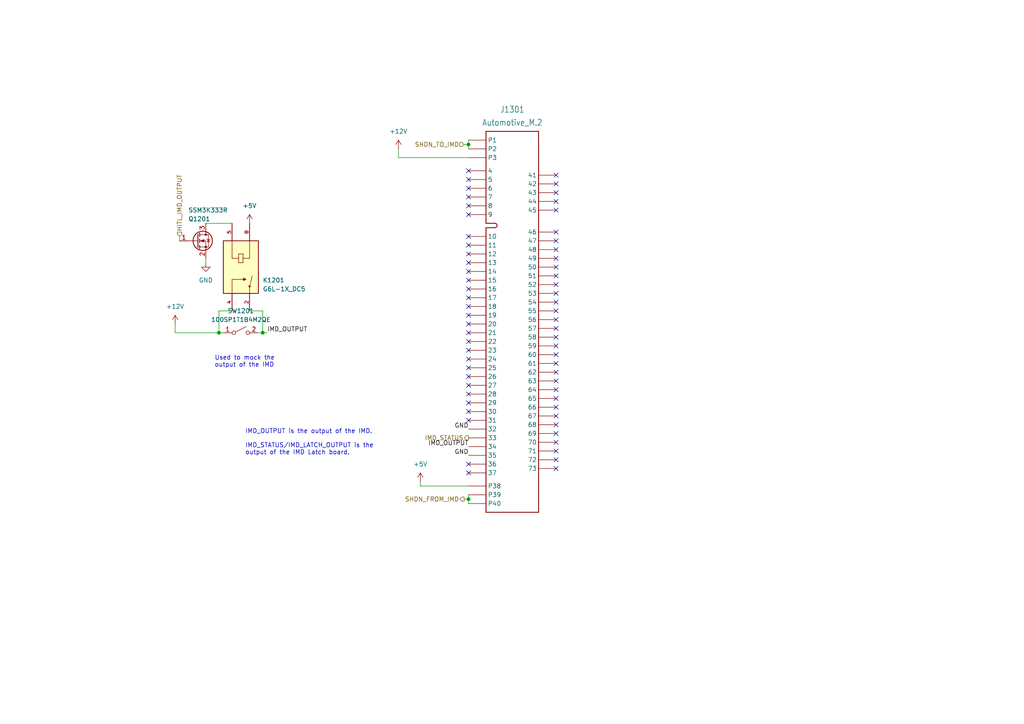
<source format=kicad_sch>
(kicad_sch (version 20230121) (generator eeschema)
  (paper "A4")
  (lib_symbols
    (symbol "+12V_1" (power) (pin_names (offset 0))
      (property "Value" "+12V_1" (at 0 3.556 0))
      (symbol "+12V_1_0_1"
        (polyline (pts (xy -0.762 1.27) (xy 0 2.54)))
        (polyline (pts (xy 0 0) (xy 0 2.54)))
        (polyline (pts (xy 0 2.54) (xy 0.762 1.27)))
      )
      (symbol "+12V_1_1_1"
        (pin power_in line (at 0 0 90) (length 0) hide (name "+12V") (number "1"))
      )
    )
    (symbol "OEM:100SP1T1B4M2QE" (pin_names (offset 0) hide)
      (property "Reference" "SW" (at 0 3.175 0))
      (property "Value" "100SP1T1B4M2QE" (at 0 -2.54 0))
      (symbol "100SP1T1B4M2QE_0_0"
        (circle (center -2.032 0) (radius 0.508))
        (polyline (pts (xy -1.524 0.254) (xy 1.524 1.778)))
        (circle (center 2.032 0) (radius 0.508))
      )
      (symbol "100SP1T1B4M2QE_1_1"
        (pin passive line (at -5.08 0 0) (length 2.54) (name "A") (number "1"))
        (pin passive line (at 5.08 0 180) (length 2.54) (name "B") (number "2"))
      )
    )
    (symbol "OEM:Automotive_M.2"
      (property "Reference" "J?" (at 1.27 49.53 0))
      (property "Value" "Automotive_M.2" (at 7.62 45.72 0))
      (symbol "Automotive_M.2_0_1"
        (arc (start -5.0436 15.2415) (mid -4.4198 15.8765) (end -5.0436 16.5115) (stroke (width 0.25)))
        (polyline (pts (xy -7.62 15.24) (xy -5.08 15.24)) (stroke (width 0.25)))
        (polyline (pts (xy -7.62 16.51) (xy -5.08 16.51)) (stroke (width 0.25)))
        (polyline (pts (xy -7.62 43.18) (xy -7.62 16.51)) (stroke (width 0.25)))
        (polyline (pts (xy 7.62 -67.31) (xy -7.62 -67.31)) (stroke (width 0.25)))
      )
      (symbol "Automotive_M.2_1_0"
        (polyline (pts (xy -7.62 -67.31) (xy -7.62 15.24)) (stroke (width 0.254)))
        (polyline (pts (xy 7.62 43.18) (xy -7.62 43.18)) (stroke (width 0.254)))
        (polyline (pts (xy 7.62 43.18) (xy 7.62 -67.31)) (stroke (width 0.254)))
        (pin bidirectional line (at -12.7 12.7 0) (length 5.08) (name "10") (number "10"))
        (pin bidirectional line (at -12.7 10.16 0) (length 5.08) (name "11") (number "11"))
        (pin bidirectional line (at -12.7 7.62 0) (length 5.08) (name "12") (number "12"))
        (pin bidirectional line (at -12.7 5.08 0) (length 5.08) (name "13") (number "13"))
        (pin bidirectional line (at -12.7 2.54 0) (length 5.08) (name "14") (number "14"))
        (pin bidirectional line (at -12.7 0 0) (length 5.08) (name "15") (number "15"))
        (pin bidirectional line (at -12.7 -2.54 0) (length 5.08) (name "16") (number "16"))
        (pin bidirectional line (at -12.7 -5.08 0) (length 5.08) (name "17") (number "17"))
        (pin bidirectional line (at -12.7 -7.62 0) (length 5.08) (name "18") (number "18"))
        (pin bidirectional line (at -12.7 -10.16 0) (length 5.08) (name "19") (number "19"))
        (pin bidirectional line (at -12.7 -12.7 0) (length 5.08) (name "20") (number "20"))
        (pin bidirectional line (at -12.7 -15.24 0) (length 5.08) (name "21") (number "21"))
        (pin bidirectional line (at -12.7 -17.78 0) (length 5.08) (name "22") (number "22"))
        (pin bidirectional line (at -12.7 -20.32 0) (length 5.08) (name "23") (number "23"))
        (pin bidirectional line (at -12.7 -22.86 0) (length 5.08) (name "24") (number "24"))
        (pin bidirectional line (at -12.7 -25.4 0) (length 5.08) (name "25") (number "25"))
        (pin bidirectional line (at -12.7 -27.94 0) (length 5.08) (name "26") (number "26"))
        (pin bidirectional line (at -12.7 -30.48 0) (length 5.08) (name "27") (number "27"))
        (pin bidirectional line (at -12.7 -33.02 0) (length 5.08) (name "28") (number "28"))
        (pin bidirectional line (at -12.7 -35.56 0) (length 5.08) (name "29") (number "29"))
        (pin bidirectional line (at -12.7 -38.1 0) (length 5.08) (name "30") (number "30"))
        (pin bidirectional line (at -12.7 -40.64 0) (length 5.08) (name "31") (number "31"))
        (pin bidirectional line (at -12.7 -43.18 0) (length 5.08) (name "32") (number "32"))
        (pin bidirectional line (at -12.7 -45.72 0) (length 5.08) (name "33") (number "33"))
        (pin bidirectional line (at -12.7 -48.26 0) (length 5.08) (name "34") (number "34"))
        (pin bidirectional line (at -12.7 -50.8 0) (length 5.08) (name "35") (number "35"))
        (pin bidirectional line (at -12.7 -53.34 0) (length 5.08) (name "36") (number "36"))
        (pin bidirectional line (at -12.7 -55.88 0) (length 5.08) (name "37") (number "37"))
        (pin bidirectional line (at -12.7 31.75 0) (length 5.08) (name "4") (number "4"))
        (pin bidirectional line (at 12.7 30.48 180) (length 5.08) (name "41") (number "41"))
        (pin bidirectional line (at 12.7 27.94 180) (length 5.08) (name "42") (number "42"))
        (pin bidirectional line (at 12.7 25.4 180) (length 5.08) (name "43") (number "43"))
        (pin bidirectional line (at 12.7 22.86 180) (length 5.08) (name "44") (number "44"))
        (pin bidirectional line (at 12.7 20.32 180) (length 5.08) (name "45") (number "45"))
        (pin bidirectional line (at 12.7 13.97 180) (length 5.08) (name "46") (number "46"))
        (pin bidirectional line (at 12.7 11.43 180) (length 5.08) (name "47") (number "47"))
        (pin bidirectional line (at 12.7 8.89 180) (length 5.08) (name "48") (number "48"))
        (pin bidirectional line (at 12.7 6.35 180) (length 5.08) (name "49") (number "49"))
        (pin bidirectional line (at -12.7 29.21 0) (length 5.08) (name "5") (number "5"))
        (pin bidirectional line (at 12.7 3.81 180) (length 5.08) (name "50") (number "50"))
        (pin bidirectional line (at 12.7 1.27 180) (length 5.08) (name "51") (number "51"))
        (pin bidirectional line (at 12.7 -1.27 180) (length 5.08) (name "52") (number "52"))
        (pin bidirectional line (at 12.7 -3.81 180) (length 5.08) (name "53") (number "53"))
        (pin bidirectional line (at 12.7 -6.35 180) (length 5.08) (name "54") (number "54"))
        (pin bidirectional line (at 12.7 -8.89 180) (length 5.08) (name "55") (number "55"))
        (pin bidirectional line (at 12.7 -11.43 180) (length 5.08) (name "56") (number "56"))
        (pin bidirectional line (at 12.7 -13.97 180) (length 5.08) (name "57") (number "57"))
        (pin bidirectional line (at 12.7 -16.51 180) (length 5.08) (name "58") (number "58"))
        (pin bidirectional line (at 12.7 -19.05 180) (length 5.08) (name "59") (number "59"))
        (pin bidirectional line (at -12.7 26.67 0) (length 5.08) (name "6") (number "6"))
        (pin bidirectional line (at 12.7 -21.59 180) (length 5.08) (name "60") (number "60"))
        (pin bidirectional line (at 12.7 -24.13 180) (length 5.08) (name "61") (number "61"))
        (pin bidirectional line (at 12.7 -26.67 180) (length 5.08) (name "62") (number "62"))
        (pin bidirectional line (at 12.7 -29.21 180) (length 5.08) (name "63") (number "63"))
        (pin bidirectional line (at 12.7 -31.75 180) (length 5.08) (name "64") (number "64"))
        (pin bidirectional line (at 12.7 -34.29 180) (length 5.08) (name "65") (number "65"))
        (pin bidirectional line (at 12.7 -36.83 180) (length 5.08) (name "66") (number "66"))
        (pin bidirectional line (at 12.7 -39.37 180) (length 5.08) (name "67") (number "67"))
        (pin bidirectional line (at 12.7 -41.91 180) (length 5.08) (name "68") (number "68"))
        (pin bidirectional line (at 12.7 -44.45 180) (length 5.08) (name "69") (number "69"))
        (pin bidirectional line (at -12.7 24.13 0) (length 5.08) (name "7") (number "7"))
        (pin bidirectional line (at 12.7 -46.99 180) (length 5.08) (name "70") (number "70"))
        (pin bidirectional line (at 12.7 -49.53 180) (length 5.08) (name "71") (number "71"))
        (pin bidirectional line (at 12.7 -52.07 180) (length 5.08) (name "72") (number "72"))
        (pin bidirectional line (at 12.7 -54.61 180) (length 5.08) (name "73") (number "73"))
        (pin bidirectional line (at -12.7 21.59 0) (length 5.08) (name "8") (number "8"))
        (pin bidirectional line (at -12.7 19.05 0) (length 5.08) (name "9") (number "9"))
        (pin bidirectional line (at -12.7 40.64 0) (length 5.08) (name "P1") (number "P1"))
        (pin bidirectional line (at -12.7 38.1 0) (length 5.08) (name "P2") (number "P2"))
        (pin bidirectional line (at -12.7 35.56 0) (length 5.08) (name "P3") (number "P3"))
        (pin bidirectional line (at -12.7 -59.69 0) (length 5.08) (name "P38") (number "P38"))
        (pin bidirectional line (at -12.7 -62.23 0) (length 5.08) (name "P39") (number "P39"))
        (pin bidirectional line (at -12.7 -64.77 0) (length 5.08) (name "P40") (number "P40"))
      )
    )
    (symbol "OEM:G6L-1X_DC5" (pin_names (offset 1.016))
      (property "Reference" "K" (at -7.62 6.35 0))
      (property "Value" "G6L-1X_DC5" (at -7.62 -7.62 0))
      (symbol "G6L-1X_DC5_0_0"
        (rectangle (start -7.62 -5.08) (end 7.62 5.08) (stroke (width 0.254)) (fill (type background)))
        (polyline (pts (xy -7.62 -2.54) (xy -2.54 -2.54)) (stroke (width 0.1524)))
        (polyline (pts (xy -7.62 2.54) (xy -2.54 2.54)) (stroke (width 0.1524)))
        (polyline (pts (xy -3.81 -0.635) (xy -3.81 0.635)) (stroke (width 0.1524)))
        (polyline (pts (xy -3.81 0.635) (xy -2.54 0.635)) (stroke (width 0.1524)))
        (polyline (pts (xy -2.54 -0.635) (xy -3.81 -0.635)) (stroke (width 0.1524)))
        (polyline (pts (xy -2.54 -0.635) (xy -2.54 -2.54)) (stroke (width 0.1524)))
        (polyline (pts (xy -2.54 0.635) (xy -1.27 0.635)) (stroke (width 0.1524)))
        (polyline (pts (xy -2.54 2.54) (xy -2.54 0.635)) (stroke (width 0.1524)))
        (polyline (pts (xy -1.27 -0.635) (xy -2.54 -0.635)) (stroke (width 0.1524)))
        (polyline (pts (xy -1.27 0.635) (xy -1.27 -0.635)) (stroke (width 0.1524)))
        (polyline (pts (xy 3.556 -2.54) (xy 3.556 0.762)) (stroke (width 0.1524)))
        (polyline (pts (xy 5.588 2.54) (xy 2.54 3.302)) (stroke (width 0.1524)))
        (polyline (pts (xy 7.62 -2.54) (xy 3.556 -2.54)) (stroke (width 0.1524)))
        (polyline (pts (xy 7.62 2.54) (xy 5.588 2.54)) (stroke (width 0.1524)))
        (polyline (pts (xy 3.175 0.762) (xy 3.937 0.762) (xy 3.556 1.524) (xy 3.175 0.762)) (stroke (width 0.1524)) (fill (type outline)))
        (circle (center 5.588 2.54) (radius 0.1524) (stroke (width 0.3048)))
        (pin passive line (at 12.7 2.54 180) (length 5.08) (name "~") (number "2"))
        (pin passive line (at 12.7 -2.54 180) (length 5.08) (name "~") (number "4"))
        (pin passive line (at -12.7 -2.54 0) (length 5.08) (name "~") (number "5"))
        (pin passive line (at -12.7 2.54 0) (length 5.08) (name "~") (number "8"))
      )
    )
    (symbol "OEM:SSM3K333R" (pin_names (offset 0) hide)
      (property "Reference" "Q" (at 5.08 1.27 0))
      (property "Value" "SSM3K333R" (at 5.08 -1.27 0))
      (symbol "SSM3K333R_0_1"
        (polyline (pts (xy 0.254 0) (xy -2.54 0)))
        (polyline (pts (xy 0.254 1.905) (xy 0.254 -1.905)) (stroke (width 0.254)))
        (polyline (pts (xy 0.762 -1.27) (xy 0.762 -2.286)) (stroke (width 0.254)))
        (polyline (pts (xy 0.762 0.508) (xy 0.762 -0.508)) (stroke (width 0.254)))
        (polyline (pts (xy 0.762 2.286) (xy 0.762 1.27)) (stroke (width 0.254)))
        (polyline (pts (xy 2.54 2.54) (xy 2.54 1.778)))
        (polyline (pts (xy 2.54 -2.54) (xy 2.54 0) (xy 0.762 0)))
        (polyline (pts (xy 0.762 -1.778) (xy 3.302 -1.778) (xy 3.302 1.778) (xy 0.762 1.778)))
        (polyline (pts (xy 1.016 0) (xy 2.032 0.381) (xy 2.032 -0.381) (xy 1.016 0)) (fill (type outline)))
        (polyline (pts (xy 2.794 0.508) (xy 2.921 0.381) (xy 3.683 0.381) (xy 3.81 0.254)))
        (polyline (pts (xy 3.302 0.381) (xy 2.921 -0.254) (xy 3.683 -0.254) (xy 3.302 0.381)))
        (circle (center 1.651 0) (radius 2.794) (stroke (width 0.254)))
        (circle (center 2.54 -1.778) (radius 0.254) (fill (type outline)))
        (circle (center 2.54 1.778) (radius 0.254) (fill (type outline)))
      )
      (symbol "SSM3K333R_1_1"
        (pin input line (at -5.08 0 0) (length 2.54) (name "G") (number "1"))
        (pin passive line (at 2.54 -5.08 90) (length 2.54) (name "S") (number "2"))
        (pin passive line (at 2.54 5.08 270) (length 2.54) (name "D") (number "3"))
      )
    )
    (symbol "power:+12V" (power) (pin_names (offset 0))
      (property "Value" "+12V" (at 0 3.556 0))
      (symbol "+12V_0_1"
        (polyline (pts (xy -0.762 1.27) (xy 0 2.54)))
        (polyline (pts (xy 0 0) (xy 0 2.54)))
        (polyline (pts (xy 0 2.54) (xy 0.762 1.27)))
      )
      (symbol "+12V_1_1"
        (pin power_in line (at 0 0 90) (length 0) hide (name "+12V") (number "1"))
      )
    )
    (symbol "power:+5V" (power) (pin_names (offset 0))
      (property "Value" "+5V" (at 0 3.556 0))
      (symbol "+5V_0_1"
        (polyline (pts (xy -0.762 1.27) (xy 0 2.54)))
        (polyline (pts (xy 0 0) (xy 0 2.54)))
        (polyline (pts (xy 0 2.54) (xy 0.762 1.27)))
      )
      (symbol "+5V_1_1"
        (pin power_in line (at 0 0 90) (length 0) hide (name "+5V") (number "1"))
      )
    )
    (symbol "power:GND" (power) (pin_names (offset 0))
      (property "Value" "GND" (at 0 -3.81 0))
      (symbol "GND_0_1"
        (polyline (pts (xy 0 0) (xy 0 -1.27) (xy 1.27 -1.27) (xy 0 -2.54) (xy -1.27 -1.27) (xy 0 -1.27)))
      )
      (symbol "GND_1_1"
        (pin power_in line (at 0 0 270) (length 0) hide (name "GND") (number "1"))
      )
    )
  )
  (junction (at 135.89 41.91))
  (junction (at 76.2 96.52))
  (junction (at 135.89 144.78))
  (junction (at 63.5 96.52))
  (no_connect (at 135.89 54.61))
  (no_connect (at 161.29 69.85))
  (no_connect (at 135.89 83.82))
  (no_connect (at 135.89 62.23))
  (no_connect (at 161.29 113.03))
  (no_connect (at 161.29 53.34))
  (no_connect (at 161.29 55.88))
  (no_connect (at 135.89 91.44))
  (no_connect (at 161.29 128.27))
  (no_connect (at 161.29 133.35))
  (no_connect (at 135.89 121.92))
  (no_connect (at 161.29 95.25))
  (no_connect (at 161.29 118.11))
  (no_connect (at 135.89 86.36))
  (no_connect (at 135.89 119.38))
  (no_connect (at 161.29 77.47))
  (no_connect (at 135.89 57.15))
  (no_connect (at 135.89 73.66))
  (no_connect (at 135.89 59.69))
  (no_connect (at 135.89 137.16))
  (no_connect (at 161.29 102.87))
  (no_connect (at 135.89 52.07))
  (no_connect (at 135.89 81.28))
  (no_connect (at 135.89 114.3))
  (no_connect (at 161.29 90.17))
  (no_connect (at 161.29 72.39))
  (no_connect (at 161.29 80.01))
  (no_connect (at 135.89 78.74))
  (no_connect (at 161.29 100.33))
  (no_connect (at 161.29 82.55))
  (no_connect (at 161.29 130.81))
  (no_connect (at 135.89 49.53))
  (no_connect (at 135.89 134.62))
  (no_connect (at 161.29 107.95))
  (no_connect (at 161.29 115.57))
  (no_connect (at 135.89 88.9))
  (no_connect (at 161.29 58.42))
  (no_connect (at 161.29 67.31))
  (no_connect (at 135.89 109.22))
  (no_connect (at 135.89 101.6))
  (no_connect (at 135.89 116.84))
  (no_connect (at 161.29 97.79))
  (no_connect (at 161.29 123.19))
  (no_connect (at 161.29 110.49))
  (no_connect (at 161.29 135.89))
  (no_connect (at 135.89 76.2))
  (no_connect (at 135.89 68.58))
  (no_connect (at 161.29 60.96))
  (no_connect (at 161.29 105.41))
  (no_connect (at 135.89 106.68))
  (no_connect (at 135.89 111.76))
  (no_connect (at 135.89 71.12))
  (no_connect (at 161.29 74.93))
  (no_connect (at 161.29 125.73))
  (no_connect (at 161.29 50.8))
  (no_connect (at 135.89 96.52))
  (no_connect (at 161.29 85.09))
  (no_connect (at 161.29 87.63))
  (no_connect (at 161.29 120.65))
  (no_connect (at 135.89 93.98))
  (no_connect (at 161.29 92.71))
  (no_connect (at 135.89 99.06))
  (no_connect (at 135.89 104.14))
  (wire (pts (xy 63.5 96.52) (xy 64.77 96.52)))
  (wire (pts (xy 74.93 96.52) (xy 76.2 96.52)))
  (wire (pts (xy 121.92 139.7) (xy 121.92 140.97)))
  (wire (pts (xy 135.89 144.78) (xy 135.89 146.05)))
  (wire (pts (xy 50.8 96.52) (xy 63.5 96.52)))
  (wire (pts (xy 76.2 96.52) (xy 77.47 96.52)))
  (wire (pts (xy 72.39 90.17) (xy 76.2 90.17)))
  (wire (pts (xy 115.57 43.18) (xy 115.57 45.72)))
  (wire (pts (xy 59.69 64.77) (xy 67.31 64.77)))
  (wire (pts (xy 135.89 144.78) (xy 135.89 143.51)))
  (wire (pts (xy 135.89 40.64) (xy 135.89 41.91)))
  (wire (pts (xy 52.07 68.58) (xy 52.07 69.85)))
  (wire (pts (xy 76.2 90.17) (xy 76.2 96.52)))
  (wire (pts (xy 63.5 90.17) (xy 63.5 96.52)))
  (wire (pts (xy 115.57 45.72) (xy 135.89 45.72)))
  (wire (pts (xy 135.89 41.91) (xy 135.89 43.18)))
  (wire (pts (xy 59.69 74.93) (xy 59.69 76.2)))
  (wire (pts (xy 50.8 93.98) (xy 50.8 96.52)))
  (wire (pts (xy 134.62 144.78) (xy 135.89 144.78)))
  (wire (pts (xy 67.31 90.17) (xy 63.5 90.17)))
  (wire (pts (xy 135.89 41.91) (xy 134.62 41.91)))
  (wire (pts (xy 135.89 140.97) (xy 121.92 140.97)))
  (text "Used to mock the\noutput of the IMD" (at 62.23 106.68 0) (effects (font (size 1.27 1.27)) (justify left bottom)))
  (text "IMD_OUTPUT is the output of the IMD.\n\nIMD_STATUS/IMD_LATCH_OUTPUT is the\noutput of the IMD Latch board." (at 71.12 132.08 0) (effects (font (size 1.27 1.27)) (justify left bottom)))
  (label "IMD_OUTPUT" (at 77.47 96.52 0))
  (label "GND" (at 135.89 124.46 180))
  (label "IMD_OUTPUT" (at 135.89 129.54 180))
  (label "GND" (at 135.89 132.08 180))
  (hierarchical_label "SHDN_FROM_IMD" (shape output) (at 134.62 144.78 180))
  (hierarchical_label "HITL_IMD_OUTPUT" (shape input) (at 52.07 68.58 90))
  (hierarchical_label "SHDN_TO_IMD" (shape input) (at 134.62 41.91 180))
  (hierarchical_label "IMD_STATUS" (shape output) (at 135.89 127 180))
  (symbol (lib_id "power:+5V") (at 121.92 139.7 0) (unit 1)
    (property "Reference" "#PWR?" (effects hide))
    (property "Value" "+5V" (at 121.92 134.62 0))
  )
  (symbol (lib_id "OEM:Automotive_M.2") (at 148.59 81.28 0) (unit 1)
    (property "Reference" "J1301" (at 148.59 31.75 0) (effects (font (size 1.778 1.5113))))
    (property "Value" "Automotive_M.2" (at 148.59 35.56 0) (effects (font (size 1.778 1.5113))))
    (property "Footprint" "footprints:Automotive_M.2" (effects hide))
    (property "Datasheet" "https://www.mouser.com/catalog/specsheets/Yamaichi_04142021_CNU027S-067-2001-VE_DataSheet_Ver_A.pdf" (effects hide))
    (property "MPN" "CNU027S-067-2001-VE" (effects hide))
    (property "MFN" "Yamaichi Electronics" (effects hide))
    (property "DKPN" "MOUSER:945-CNU027S0672001VE" (effects hide))
    (property "NewDesigns" "YES" (effects hide))
    (property "Stocked" "Tape" (effects hide))
    (property "Package" "Custom" (effects hide))
    (property "Style" "SMD" (effects hide))
  )
  (symbol (lib_id "power:+5V") (at 72.39 64.77 0) (unit 1)
    (property "Reference" "#PWR?" (effects hide))
    (property "Value" "+5V" (at 72.39 59.69 0))
  )
  (symbol (lib_name "+12V_1") (lib_id "power:+12V") (at 115.57 43.18 0) (unit 1)
    (property "Reference" "#PWR?" (effects hide))
    (property "Value" "+12V" (at 115.57 38.1 0))
  )
  (symbol (lib_id "power:GND") (at 59.69 76.2 0) (unit 1)
    (property "Reference" "#PWR?" (effects hide))
    (property "Value" "GND" (at 59.69 81.28 0))
  )
  (symbol (lib_id "OEM:100SP1T1B4M2QE") (at 69.85 96.52 0) (unit 1)
    (property "Reference" "SW1201" (at 69.85 90.17 0))
    (property "Value" "100SP1T1B4M2QE" (at 69.85 92.71 0))
    (property "Footprint" "footprints:SW_100SP1T1B4M2QE" (effects hide))
    (property "Datasheet" "https://sten-eswitch-13110800-production.s3.amazonaws.com/system/asset/product_line/data_sheet/129/100.pdf" (effects hide))
    (property "MPN" "100SP1T1B4M2QE" (effects hide))
    (property "MFN" "E-Switch" (effects hide))
    (property "DKPN" "EG2355-ND" (effects hide))
    (property "NewDesigns" "YES" (effects hide))
    (property "Stocked" "Bulk" (effects hide))
    (property "Package" "Custom" (effects hide))
    (property "Style" "THT" (effects hide))
  )
  (symbol (lib_id "OEM:G6L-1X_DC5") (at 69.85 77.47 270) (unit 1)
    (property "Reference" "K1201" (at 76.2 81.28 90) (effects (justify left)))
    (property "Value" "G6L-1X_DC5" (at 76.2 83.82 90) (effects (justify left)))
    (property "Footprint" "footprints:RELAY_G6L-1P_DC5" (effects hide))
    (property "Datasheet" "https://media.digikey.com/pdf/Data%20Sheets/Omron%20PDFs/G6L.pdf" (effects hide))
    (property "MPN" "G6L-1P DC5" (effects hide))
    (property "MFN" "Omron Electronics" (effects hide))
    (property "DKPN" "Z1228-ND" (effects hide))
    (property "NewDesigns" "YES" (effects hide))
    (property "Stocked" "Tube" (effects hide))
    (property "Package" "Custom" (effects hide))
    (property "Style" "THT" (effects hide))
  )
  (symbol (lib_id "OEM:SSM3K333R") (at 57.15 69.85 0) (unit 1)
    (property "Reference" "Q1201" (at 54.61 63.5 0) (effects (justify left)))
    (property "Value" "SSM3K333R" (at 54.61 60.96 0) (effects (justify left)))
    (property "Footprint" "OEM:SOT-23F" (effects hide))
    (property "Datasheet" "${OEM_DIR}/parts/datasheets/toshiba_SSM3K333R.pdf" (effects hide))
    (property "MFN" "Toshiba" (effects hide))
    (property "MPN" "SSM3K333R,LF" (effects hide))
    (property "DKPN" "SSM3K333RLFDKR-ND" (effects hide))
    (property "Package" "SOT-23" (effects hide))
    (property "NewDesigns" "YES" (effects hide))
    (property "Stocked" "Digi-Reel" (effects hide))
    (property "Style" "SMD" (effects hide))
  )
  (symbol (lib_id "power:+12V") (at 50.8 93.98 0) (unit 1)
    (property "Reference" "#PWR?" (effects hide))
    (property "Value" "+12V" (at 50.8 88.9 0))
  )
)
</source>
